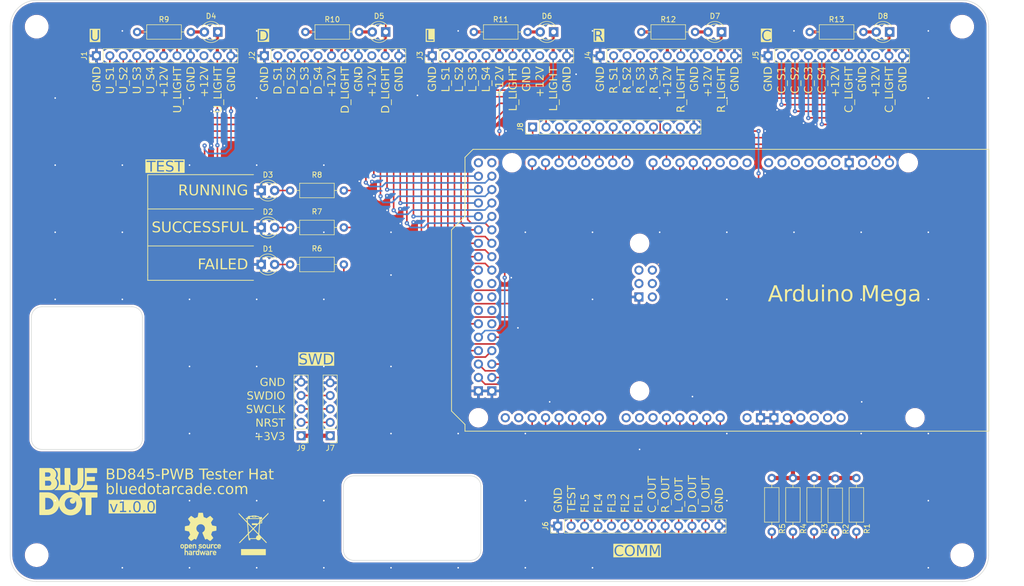
<source format=kicad_pcb>
(kicad_pcb (version 20221018) (generator pcbnew)
  (layers (0 "F.Cu" signal) (31 "B.Cu" signal) (34 "B.Paste" user) (35 "F.Paste" user) (36 "B.SilkS" user "B.Silkscreen") (37 "F.SilkS" user "F.Silkscreen") (38 "B.Mask" user) (39 "F.Mask" user) (44 "Edge.Cuts" user))
  (net 0 "")
  (net 1 "GND")
  (net 2 "Net-(D1-A)")
  (net 3 "Net-(D2-A)")
  (net 4 "Net-(D3-A)")
  (net 5 "/U_S1")
  (net 6 "/U_S2")
  (net 7 "/U_S3")
  (net 8 "/U_S4")
  (net 9 "/U_LIGHT")
  (net 10 "/D_S1")
  (net 11 "/D_S2")
  (net 12 "/D_S3")
  (net 13 "/D_S4")
  (net 14 "/D_LIGHT")
  (net 15 "/L_S1")
  (net 16 "/L_S2")
  (net 17 "/L_S3")
  (net 18 "/L_S4")
  (net 19 "/L_LIGHT")
  (net 20 "/R_S1")
  (net 21 "/R_S2")
  (net 22 "/R_S3")
  (net 23 "/R_S4")
  (net 24 "/R_LIGHT")
  (net 25 "/C_S1")
  (net 26 "/C_S2")
  (net 27 "/C_S3")
  (net 28 "/C_S4")
  (net 29 "/C_LIGHT")
  (net 30 "/TEST")
  (net 31 "/FL5")
  (net 32 "/FL4")
  (net 33 "/FL3")
  (net 34 "/FL2")
  (net 35 "/FL1")
  (net 36 "/C_OUT")
  (net 37 "/R_OUT")
  (net 38 "/L_OUT")
  (net 39 "/D_OUT")
  (net 40 "/U_OUT")
  (net 41 "+3V3")
  (net 42 "/NRST")
  (net 43 "/SWCLK")
  (net 44 "/SWDIO")
  (net 45 "/D0")
  (net 46 "/D1")
  (net 47 "/D19")
  (net 48 "/D18")
  (net 49 "/D17")
  (net 50 "/D16")
  (net 51 "/D15")
  (net 52 "/D14")
  (net 53 "/D20")
  (net 54 "/D21")
  (net 55 "/SDA")
  (net 56 "/SCL")
  (net 57 "+5V")
  (net 58 "/LED_RUN")
  (net 59 "/LED_SUCCESS")
  (net 60 "/LED_FAIL")
  (net 94 "Net-(D4-A)")
  (net 95 "Net-(D5-A)")
  (net 96 "Net-(D6-A)")
  (net 97 "Net-(D7-A)")
  (net 98 "Net-(D8-A)")
  (net 99 "/+12V1_U")
  (net 100 "/+12V2_U")
  (net 101 "/+12V1_D")
  (net 102 "/+12V2_D")
  (net 103 "/+12V1_L")
  (net 104 "/+12V2_L")
  (net 105 "/+12V1_R")
  (net 106 "/+12V2_R")
  (net 107 "/+12V1_C")
  (net 108 "/+12V2_C")
  (footprint "Connector_PinHeader_2.54mm:PinHeader_1x05_P2.54mm_Vertical" (layer "F.Cu") (at 110 127.42 180)
    (fp_text reference "J9")
    (fp_text value "Conn_01x05")
  )
  (footprint "Resistor_THT:R_Axial_DIN0207_L6.3mm_D2.5mm_P10.16mm_Horizontal" (layer "F.Cu") (at 206.17 51)
    (fp_text reference "R13")
    (fp_text value "1k")
  )
  (footprint "Connector_PinHeader_2.54mm:PinHeader_1x11_P2.54mm_Vertical" (layer "F.Cu") (at 71.3 55.5 90)
    (fp_text reference "J1")
    (fp_text value "Conn_01x11")
  )
  (footprint "Connector_PinHeader_2.54mm:PinHeader_1x11_P2.54mm_Vertical" (layer "F.Cu") (at 134.8 55.5 90)
    (fp_text reference "J3")
    (fp_text value "Conn_01x11")
  )
  (footprint "MountingHole:MountingHole_4mm" (layer "F.Cu") (at 235 50)
    (fp_text reference "H2" hide)
    (fp_text value "MountingHole_Pad")
  )
  (footprint "LED_THT:LED_D3.0mm" (layer "F.Cu") (at 102.46 95)
    (fp_text reference "D1")
    (fp_text value "Run")
  )
  (footprint "Resistor_THT:R_Axial_DIN0207_L6.3mm_D2.5mm_P10.16mm_Horizontal" (layer "F.Cu") (at 118.08 88 180)
    (fp_text reference "R7")
    (fp_text value "1k")
  )
  (footprint "LED_THT:LED_D3.0mm" (layer "F.Cu") (at 221.29 51 180)
    (fp_text reference "D8")
    (fp_text value "LED_C")
  )
  (footprint "Connector_PinHeader_2.54mm:PinHeader_1x11_P2.54mm_Vertical" (layer "F.Cu") (at 198.3 55.5 90)
    (fp_text reference "J5")
    (fp_text value "Conn_01x11")
  )
  (footprint "Resistor_THT:R_Axial_DIN0207_L6.3mm_D2.5mm_P10.16mm_Horizontal" (layer "F.Cu") (at 199 135.42 -90)
    (fp_text reference "R5")
    (fp_text value "10k")
  )
  (footprint "Resistor_THT:R_Axial_DIN0207_L6.3mm_D2.5mm_P10.16mm_Horizontal" (layer "F.Cu") (at 118.08 81 180)
    (fp_text reference "R8")
    (fp_text value "1k")
  )
  (footprint "LED_THT:LED_D3.0mm" (layer "F.Cu") (at 126 51 180)
    (fp_text reference "D5")
    (fp_text value "LED_D")
  )
  (footprint "LED_THT:LED_D3.0mm" (layer "F.Cu") (at 102.46 88)
    (fp_text reference "D2")
    (fp_text value "Success")
  )
  (footprint "Resistor_THT:R_Axial_DIN0207_L6.3mm_D2.5mm_P10.16mm_Horizontal" (layer "F.Cu") (at 110.815 51)
    (fp_text reference "R10")
    (fp_text value "1k")
  )
  (footprint "Connector_PinHeader_2.54mm:PinHeader_1x05_P2.54mm_Vertical" (layer "F.Cu") (at 115.5 127.42 180)
    (fp_text reference "J7")
    (fp_text value "Conn_01x05")
  )
  (footprint "Connector_PinHeader_2.54mm:PinHeader_1x13_P2.54mm_Vertical" (layer "F.Cu") (at 153.775 69 90)
    (fp_text reference "J8")
    (fp_text value "Conn_01x13")
  )
  (footprint "Resistor_THT:R_Axial_DIN0207_L6.3mm_D2.5mm_P10.16mm_Horizontal" (layer "F.Cu") (at 211 135.5 -90)
    (fp_text reference "R2")
    (fp_text value "10k")
  )
  (footprint "Connector_PinHeader_2.54mm:PinHeader_1x13_P2.54mm_Vertical" (layer "F.Cu") (at 158.525 144.5 90)
    (fp_text reference "J6")
    (fp_text value "Conn_01x13")
  )
  (footprint "MountingHole:MountingHole_4mm" (layer "F.Cu") (at 235 150)
    (fp_text reference "H3" hide)
    (fp_text value "MountingHole_Pad")
  )
  (footprint "MountingHole:MountingHole_4mm" (layer "F.Cu") (at 60 50)
    (fp_text reference "H1" hide)
    (fp_text value "MountingHole_Pad")
  )
  (footprint "LED_THT:LED_D3.0mm" (layer "F.Cu") (at 102.46 81)
    (fp_text reference "D3")
    (fp_text value "Fail")
  )
  (footprint "bluedot-library:bluedot-logo" (layer "F.Cu") (at 66 138)
    (fp_text reference "G***" hide)
    (fp_text value "LOGO" hide)
  )
  (footprint "Resistor_THT:R_Axial_DIN0207_L6.3mm_D2.5mm_P10.16mm_Horizontal" (layer "F.Cu") (at 207 135.42 -90)
    (fp_text reference "R3")
    (fp_text value "10k")
  )
  (footprint "Resistor_THT:R_Axial_DIN0207_L6.3mm_D2.5mm_P10.16mm_Horizontal" (layer "F.Cu") (at 174.34 51)
    (fp_text reference "R12")
    (fp_text value "1k")
  )
  (footprint "LED_THT:LED_D3.0mm" (layer "F.Cu") (at 157.75 51 180)
    (fp_text reference "D6")
    (fp_text value "LED_L")
  )
  (footprint "Resistor_THT:R_Axial_DIN0207_L6.3mm_D2.5mm_P10.16mm_Horizontal" (layer "F.Cu") (at 203 135.42 -90)
    (fp_text reference "R4")
    (fp_text value "10k")
  )
  (footprint "MountingHole:MountingHole_4mm" (layer "F.Cu") (at 60 150)
    (fp_text reference "H4" hide)
    (fp_text value "MountingHole_Pad")
  )
  (footprint "Resistor_THT:R_Axial_DIN0207_L6.3mm_D2.5mm_P10.16mm_Horizontal" (layer "F.Cu") (at 79 51)
    (fp_text reference "R9")
    (fp_text value "1k")
  )
  (footprint "Resistor_THT:R_Axial_DIN0207_L6.3mm_D2.5mm_P10.16mm_Horizontal" (layer "F.Cu") (at 118.08 95 180)
    (fp_text reference "R6")
    (fp_text value "1k")
  )
  (footprint "Symbol:OSHW-Logo_7.5x8mm_SilkScreen" (layer "F.Cu") (at 91 146)
    (fp_text reference "REF**" hide)
    (fp_text value "OSHW-Logo_7.5x8mm_SilkScreen" hide)
  )
  (footprint "Symbol:WEEE-Logo_5.6x8mm_SilkScreen" (layer "F.Cu") (at 101 146)
    (fp_text reference "REF**" hide)
    (fp_text value "WEEE-Logo_5.6x8mm_SilkScreen" hide)
  )
  (footprint "Connector_PinHeader_2.54mm:PinHeader_1x11_P2.54mm_Vertical" (layer "F.Cu") (at 166.55 55.5 90)
    (fp_text reference "J4")
    (fp_text value "Conn_01x11")
  )
  (footprint "LED_THT:LED_D3.0mm" (layer "F.Cu") (at 189.5 51 180)
    (fp_text reference "D7")
    (fp_text value "LED_R")
  )
  (footprint "Resistor_THT:R_Axial_DIN0207_L6.3mm_D2.5mm_P10.16mm_Horizontal" (layer "F.Cu") (at 215 135.42 -90)
    (fp_text reference "R1")
    (fp_text value "10k")
  )
  (footprint "LED_THT:LED_D3.0mm" (layer "F.Cu") (at 94.25 51 180)
    (fp_text reference "D4")
    (fp_text value "LED_U")
  )
  (footprint "Connector_PinHeader_2.54mm:PinHeader_1x11_P2.54mm_Vertical" (layer "F.Cu") (at 103.05 55.5 90)
    (fp_text reference "J2")
    (fp_text value "Conn_01x11")
  )
  (footprint "Resistor_THT:R_Axial_DIN0207_L6.3mm_D2.5mm_P10.16mm_Horizontal" (layer "F.Cu") (at 142.67 51)
    (fp_text reference "R11")
    (fp_text value "1k")
  )
  (footprint "arduino-library:Arduino_Mega2560_Shield" (layer "B.Cu") (at 240.046 126.55 180)
    (fp_text reference "XA1" hide)
    (fp_text value "Arduino_Mega2560_Shield")
  )
  (gr_line locked (start 81 84.5) (end 101 84.5) (stroke (width 0.15)) (layer "F.SilkS"))
  (gr_line locked (start 81 97) (end 81 98) (stroke (width 0.15)) (layer "F.SilkS"))
  (gr_line locked (start 81 78) (end 101 78) (stroke (width 0.15)) (layer "F.SilkS"))
  (gr_line locked (start 81 91.5) (end 101 91.5) (stroke (width 0.15)) (layer "F.SilkS"))
  (gr_line locked (start 81 78) (end 81 97) (stroke (width 0.15)) (layer "F.SilkS"))
  (gr_line locked (start 81 98) (end 101 98) (stroke (width 0.15)) (layer "F.SilkS"))
  (gr_arc locked (start 120 151) (mid 118.585786 150.414214) (end 118 149) (stroke (width 0.1)) (layer "Edge.Cuts"))
  (gr_arc locked (start 60 155) (mid 56.464466 153.535534) (end 55 150) (stroke (width 0.1)) (layer "Edge.Cuts"))
  (gr_line locked (start 240 150) (end 240 50) (stroke (width 0.1)) (layer "Edge.Cuts"))
  (gr_arc locked (start 142 135) (mid 143.414214 135.585786) (end 144 137) (stroke (width 0.1)) (layer "Edge.Cuts"))
  (gr_line locked (start 80 105) (end 80 128) (stroke (width 0.1)) (layer "Edge.Cuts"))
  (gr_arc locked (start 240 150) (mid 238.535534 153.535534) (end 235 155) (stroke (width 0.1)) (layer "Edge.Cuts"))
  (gr_line locked (start 144 137) (end 144 149) (stroke (width 0.1)) (layer "Edge.Cuts"))
  (gr_arc locked (start 59 105) (mid 59.585786 103.585786) (end 61 103) (stroke (width 0.1)) (layer "Edge.Cuts"))
  (gr_arc locked (start 144 149) (mid 143.414214 150.414214) (end 142 151) (stroke (width 0.1)) (layer "Edge.Cuts"))
  (gr_arc locked (start 235 45) (mid 238.535534 46.464466) (end 240 50) (stroke (width 0.1)) (layer "Edge.Cuts"))
  (gr_arc locked (start 78 103) (mid 79.414214 103.585786) (end 80 105) (stroke (width 0.1)) (layer "Edge.Cuts"))
  (gr_line locked (start 118 149) (end 118 137) (stroke (width 0.1)) (layer "Edge.Cuts"))
  (gr_line locked (start 235 45) (end 60 45) (stroke (width 0.1)) (layer "Edge.Cuts"))
  (gr_arc locked (start 118 137) (mid 118.585786 135.585786) (end 120 135) (stroke (width 0.1)) (layer "Edge.Cuts"))
  (gr_line locked (start 55 50) (end 55 132) (stroke (width 0.1)) (layer "Edge.Cuts"))
  (gr_line locked (start 55 132) (end 55 150) (stroke (width 0.1)) (layer "Edge.Cuts"))
  (gr_arc locked (start 80 128) (mid 79.414214 129.414214) (end 78 130) (stroke (width 0.1)) (layer "Edge.Cuts"))
  (gr_line locked (start 59 128) (end 59 105) (stroke (width 0.1)) (layer "Edge.Cuts"))
  (gr_line locked (start 120 151) (end 142 151) (stroke (width 0.1)) (layer "Edge.Cuts"))
  (gr_line locked (start 60 155) (end 146 155) (stroke (width 0.1)) (layer "Edge.Cuts"))
  (gr_arc locked (start 55 50) (mid 56.464466 46.464466) (end 60 45) (stroke (width 0.1)) (layer "Edge.Cuts"))
  (gr_line locked (start 120 135) (end 142 135) (stroke (width 0.1)) (layer "Edge.Cuts"))
  (gr_arc locked (start 61 130) (mid 59.585786 129.414214) (end 59 128) (stroke (width 0.1)) (layer "Edge.Cuts"))
  (gr_line locked (start 78 103) (end 61 103) (stroke (width 0.1)) (layer "Edge.Cuts"))
  (gr_line locked (start 235 155) (end 146 155) (stroke (width 0.1)) (layer "Edge.Cuts"))
  (gr_line locked (start 61 130) (end 78 130) (stroke (width 0.1)) (layer "Edge.Cuts"))
  (gr_text locked "GND" (at 135.75 57.5 90) (layer "F.SilkS") (effects (font (size 1.5 1.5)) (justify right bottom)))
  (gr_text locked "+12V" (at 124.36 57.5 90) (layer "F.SilkS") (effects (font (size 1.5 1.5)) (justify right bottom)))
  (gr_text locked "D_S4" (at 114.18 57.5 90) (layer "F.SilkS") (effects (font (size 1.5 1.5)) (justify right bottom)))
  (gr_text locked "R_S2\n" (at 172.59 57.5 90) (layer "F.SilkS") (effects (font (size 1.5 1.5)) (justify right bottom)))
  (gr_text locked "C_S2\n" (at 204.34 57.5 90) (layer "F.SilkS") (effects (font (size 1.5 1.5)) (justify right bottom)))
  (gr_text locked "+12V" (at 180.225 57.5 90) (layer "F.SilkS") (effects (font (size 1.5 1.5)) (justify right bottom)))
  (gr_text "COMM" (at 169.104502 150.5) (layer "F.SilkS" knockout) (effects (font (size 2 2)) (justify left bottom)))
  (gr_text locked "D_S3\n" (at 111.635 57.5 90) (layer "F.SilkS") (effects (font (size 1.5 1.5)) (justify right bottom)))
  (gr_text locked "SUCCESSFUL" (at 100 89.25) (layer "F.SilkS") (effects (font (size 2 2)) (justify right bottom)))
  (gr_text locked "+12V" (at 156.11 57.5 90) (layer "F.SilkS") (effects (font (size 1.5 1.5)) (justify right bottom)))
  (gr_text locked "GND" (at 153.565 57.5 90) (layer "F.SilkS") (effects (font (size 1.5 1.5)) (justify right bottom)))
  (gr_text locked "FL1" (at 174.775 142 90) (layer "F.SilkS") (effects (font (size 1.5 1.5)) (justify left bottom)))
  (gr_text locked "R" (at 165.25 53) (layer "F.SilkS" knockout) (effects (font (size 2 2)) (justify left bottom)))
  (gr_text locked "GND" (at 199.25 57.5 90) (layer "F.SilkS") (effects (font (size 1.5 1.5)) (justify right bottom)))
  (gr_text locked "L" (at 133.5 53) (layer "F.SilkS" knockout) (effects (font (size 2 2)) (justify left bottom)))
  (gr_text locked "GND" (at 190 142 90) (layer "F.SilkS") (effects (font (size 1.5 1.5)) (justify left bottom)))
  (gr_text "v1.0.0" (at 73.75 142.2) (layer "F.SilkS" knockout) (effects (font (size 2 2)) (justify left bottom)))
  (gr_text locked "L_OUT" (at 182.3875 142 90) (layer "F.SilkS") (effects (font (size 1.5 1.5)) (justify left bottom)))
  (gr_text locked "+12V" (at 148.475 57.5 90) (layer "F.SilkS") (effects (font (size 1.5 1.5)) (justify right bottom)))
  (gr_text locked "C" (at 197 53) (layer "F.SilkS" knockout) (effects (font (size 2 2)) (justify left bottom)))
  (gr_text locked "GND" (at 107 118.25) (layer "F.SilkS") (effects (font (size 1.5 1.5)) (justify right bottom)))
  (gr_text locked "GND" (at 224.7 57.5 90) (layer "F.SilkS") (effects (font (size 1.5 1.5)) (justify right bottom)))
  (gr_text locked "L_S1\n" (at 138.295 57.5 90) (layer "F.SilkS") (effects (font (size 1.5 1.5)) (justify right bottom)))
  (gr_text locked "D_LIGHT" (at 126.905 57.5 90) (layer "F.SilkS") (effects (font (size 1.5 1.5)) (justify right bottom)))
  (gr_text locked "FL5" (at 164.625 142 90) (layer "F.SilkS") (effects (font (size 1.5 1.5)) (justify left bottom)))
  (gr_text locked "L_LIGHT" (at 158.655 57.5 90) (layer "F.SilkS") (effects (font (size 1.5 1.5)) (justify right bottom)))
  (gr_text locked "+3V3" (at 107 128.5) (layer "F.SilkS") (effects (font (size 1.5 1.5)) (justify right bottom)))
  (gr_text locked "U" (at 70 53) (layer "F.SilkS" knockout) (effects (font (size 2 2)) (justify left bottom)))
  (gr_text locked "GND" (at 192.95 57.5 90) (layer "F.SilkS") (effects (font (size 1.5 1.5)) (justify right bottom)))
  (gr_text locked "+12V" (at 187.86 57.5 90) (layer "F.SilkS") (effects (font (size 1.5 1.5)) (justify right bottom)))
  (gr_text locked "U_S2\n" (at 77.39 57.5 90) (layer "F.SilkS") (effects (font (size 1.5 1.5)) (justify right bottom)))
  (gr_text locked "GND" (at 97.75 57.5 90) (layer "F.SilkS") (effects (font (size 1.5 1.5)) (justify right bottom)))
  (gr_text locked "+12V" (at 116.725 57.5 90) (layer "F.SilkS") (effects (font (size 1.5 1.5)) (justify right bottom)))
  (gr_text locked "+12V" (at 85.025 57.5 90) (layer "F.SilkS") (effects (font (size 1.5 1.5)) (justify right bottom)))
  (gr_text locked "U_S3\n" (at 79.935 57.5 90) (layer "F.SilkS") (effects (font (size 1.5 1.5)) (justify right bottom)))
  (gr_text locked "SWDIO" (at 107 120.8125) (layer "F.SilkS") (effects (font (size 1.5 1.5)) (justify right bottom)))
  (gr_text locked "D_S1\n" (at 106.545 57.5 90) (layer "F.SilkS") (effects (font (size 1.5 1.5)) (justify right bottom)))
  (gr_text locked "GND" (at 167.5 57.5 90) (layer "F.SilkS") (effects (font (size 1.5 1.5)) (justify right bottom)))
  (gr_text "bluedotarcade.com" (at 73 138.8) (layer "F.SilkS") (effects (font (size 2 2)) (justify left bottom)))
  (gr_text locked "C_LIGHT" (at 222.155 57.5 90) (layer "F.SilkS") (effects (font (size 1.5 1.5)) (justify right bottom)))
  (gr_text locked "SWD" (at 109.5 114.25) (layer "F.SilkS" knockout) (effects (font (size 2 2)) (justify left bottom)))
  (gr_text locked "C_LIGHT" (at 214.52 57.5 90) (layer "F.SilkS") (effects (font (size 1.5 1.5)) (justify right bottom)))
  (gr_text locked "GND" (at 72.3 57.5 90) (layer "F.SilkS") (effects (font (size 1.5 1.5)) (justify right bottom)))
  (gr_text locked "FL2" (at 172.2375 142 90) (layer "F.SilkS") (effects (font (size 1.5 1.5)) (justify left bottom)))
  (gr_text locked "FL3" (at 169.7 142 90) (layer "F.SilkS") (effects (font (size 1.5 1.5)) (justify left bottom)))
  (gr_text locked "R_S4" (at 177.68 57.5 90) (layer "F.SilkS") (effects (font (size 1.5 1.5)) (justify right bottom)))
  (gr_text locked "+12V" (at 219.61 57.5 90) (layer "F.SilkS") (effects (font (size 1.5 1.5)) (justify right bottom)))
  (gr_text locked "U_LIGHT" (at 95.205 57.5 90) (layer "F.SilkS") (effects (font (size 1.5 1.5)) (justify right bottom)))
  (gr_text locked "R_LIGHT" (at 190.405 57.5 90) (layer "F.SilkS") (effects (font (size 1.5 1.5)) (justify right bottom)))
  (gr_text "Arduino Mega" (at 198.25 102.5) (layer "F.SilkS") (effects (font (size 3 3)) (justify left bottom)))
  (gr_text locked "D_S2\n" (at 109.09 57.5 90) (layer "F.SilkS") (effects (font (size 1.5 1.5)) (justify right bottom)))
  (gr_text locked "C_S1\n" (at 201.795 57.5 90) (layer "F.SilkS") (effects (font (size 1.5 1.5)) (justify right bottom)))
  (gr_text locked "R_LIGHT" (at 182.77 57.5 90) (layer "F.SilkS") (effects (font (size 1.5 1.5)) (justify right bottom)))
  (gr_text locked "+12V" (at 92.66 57.5 90) (layer "F.SilkS") (effects (font (size 1.5 1.5)) (justify right bottom)))
  (gr_text locked "L_S4" (at 145.93 57.5 90) (layer "F.SilkS") (effects (font (size 1.5 1.5)) (justify right bottom)))
  (gr_text locked "GND" (at 121.815 57.5 90) (layer "F.SilkS") (effects (font (size 1.5 1.5)) (justify right bottom)))
  (gr_text locked "GND" (at 161.2 57.5 90) (layer "F.SilkS") (effects (font (size 1.5 1.5)) (justify right bottom)))
  (gr_text locked "+12V" (at 211.975 57.5 90) (layer "F.SilkS") (effects (font (size 1.5 1.5)) (justify right bottom)))
  (gr_text locked "GND" (at 217.065 57.5 90) (layer "F.SilkS") (effects (font (size 1.5 1.5)) (justify right bottom)))
  (gr_text locked "U_S4" (at 82.48 57.5 90) (layer "F.SilkS") (effects (font (size 1.5 1.5)) (justify right bottom)))
  (gr_text locked "C_S3\n" (at 206.885 57.5 90) (layer "F.SilkS") (effects (font (size 1.5 1.5)) (justify right bottom)))
  (gr_text locked "GND" (at 185.315 57.5 90) (layer "F.SilkS") (effects (font (size 1.5 1.5)) (justify right bottom)))
  (gr_text locked "U_LIGHT" (at 87.57 57.5 90) (layer "F.SilkS") (effects (font (size 1.5 1.5)) (justify right bottom)))
  (gr_text locked "TEST" (at 162.0875 142 90) (layer "F.SilkS") (effects (font (size 1.5 1.5)) (justify left bottom)))
  (gr_text locked "L_S2\n" (at 140.84 57.5 90) (layer "F.SilkS") (effects (font (size 1.5 1.5)) (justify right bottom)))
  (gr_text locked "GND" (at 129.45 57.5 90) (layer "F.SilkS") (effects (font (size 1.5 1.5)) (justify right bottom)))
  (gr_text locked "FL4" (at 167.1625 142 90) (layer "F.SilkS") (effects (font (size 1.5 1.5)) (justify left bottom)))
  (gr_text locked "NRST" (at 107 125.9375) (layer "F.SilkS") (effects (font (size 1.5 1.5)) (justify right bottom)))
  (gr_text locked "SWCLK" (at 107 123.375) (layer "F.SilkS") (effects (font (size 1.5 1.5)) (justify right bottom)))
  (gr_text "BD845-PWB Tester Hat" (at 73 136) (layer "F.SilkS") (effects (font (size 2 2)) (justify left bottom)))
  (gr_text locked "L_S3\n" (at 143.385 57.5 90) (layer "F.SilkS") (effects (font (size 1.5 1.5)) (justify right bottom)))
  (gr_text locked "C_S4" (at 209.43 57.5 90) (layer "F.SilkS") (effects (font (size 1.5 1.5)) (justify right bottom)))
  (gr_text locked "R_S1\n" (at 170.045 57.5 90) (layer "F.SilkS") (effects (font (size 1.5 1.5)) (justify right bottom)))
  (gr_text locked "U_S1\n" (at 74.845 57.5 90) (layer "F.SilkS") (effects (font (size 1.5 1.5)) (justify right bottom)))
  (gr_text locked "D_OUT" (at 184.925 142 90) (layer "F.SilkS") (effects (font (size 1.5 1.5)) (justify left bottom)))
  (gr_text locked "R_OUT" (at 179.85 142 90) (layer "F.SilkS") (effects (font (size 1.5 1.5)) (justify left bottom)))
  (gr_text locked "R_S3\n" (at 175.135 57.5 90) (layer "F.SilkS") (effects (font (size 1.5 1.5)) (justify right bottom)))
  (gr_text locked "RUNNING" (at 100 82.25) (layer "F.SilkS") (effects (font (size 2 2)) (justify right bottom)))
  (gr_text locked "GND" (at 159.55 142 90) (layer "F.SilkS") (effects (font (size 1.5 1.5)) (justify left bottom)))
  (gr_text locked "C_OUT" (at 177.3125 142 90) (layer "F.SilkS") (effects (font (size 1.5 1.5)) (justify left bottom)))
  (gr_text locked "GND" (at 90.115 57.5 90) (layer "F.SilkS") (effects (font (size 1.5 1.5)) (justify right bottom)))
  (gr_text locked "D_LIGHT" (at 119.27 57.5 90) (layer "F.SilkS") (effects (font (size 1.5 1.5)) (justify right bottom)))
  (gr_text locked "U_OUT" (at 187.4625 142 90) (layer "F.SilkS") (effects (font (size 1.5 1.5)) (justify left bottom)))
  (gr_text locked "TEST" (at 87.75 77.75) (layer "F.SilkS" knockout) (effects (font (size 2 2)) (justify right bottom)))
  (gr_text locked "FAILED" (at 100 96.25) (layer "F.SilkS") (effects (font (size 2 2)) (justify right bottom)))
  (gr_text locked "GND" (at 104 57.5 90) (layer "F.SilkS") (effects (font (size 1.5 1.5)) (justify right bottom)))
  (gr_text locked "L_LIGHT" (at 151.02 57.5 90) (layer "F.SilkS") (effects (font (size 1.5 1.5)) (justify right bottom)))
  (gr_text locked "D" (at 101.75 53) (layer "F.SilkS" knockout) (effects (font (size 2 2)) (justify left bottom)))
  (via (at 128.75 87.25) (size 0.8) (drill 0.3) (layers "F.Cu" "B.Cu") (net 1))
  (via (at 197.75 77.75) (size 0.8) (drill 0.3) (layers "F.Cu" "B.Cu") (net 1))
  (via (at 228.6 152.4) (size 0.8) (drill 0.3) (layers "F.Cu" "B.Cu") (net 1))
  (via (at 101.6 76.2) (size 0.8) (drill 0.3) (layers "F.Cu" "B.Cu") (net 1))
  (via (at 63.5 101.6) (size 0.8) (drill 0.3) (layers "F.Cu" "B.Cu") (net 1))
  (via (at 88.9 152.4) (size 0.8) (drill 0.3) (layers "F.Cu" "B.Cu") (net 1))
  (via (at 123.424084 79.348168) (size 0.8) (drill 0.3) (layers "F.Cu" "B.Cu") (net 1))
  (via (at 101.6 152.4) (size 0.8) (drill 0.3) (layers "F.Cu" "B.Cu") (net 1))
  (via (at 215.9 88.9) (size 0.8) (drill 0.3) (layers "F.Cu" "B.Cu") (net 1))
  (via (at 215.9 101.6) (size 0.8) (drill 0.3) (layers "F.Cu" "B.Cu") (net 1))
  (via (at 228.6 101.6) (size 0.8) (drill 0.3) (layers "F.Cu" "B.Cu") (net 1))
  (via (at 88.9 101.6) (size 0.8) (drill 0.3) (layers "F.Cu" "B.Cu") (net 1))
  (via (at 216 121) (size 0.8) (drill 0.3) (layers "F.Cu" "B.Cu") (net 1))
  (via (at 121 79.25) (size 0.8) (drill 0.3) (layers "F.Cu" "B.Cu") (net 1))
  (via (at 165.1 50.8) (size 0.8) (drill 0.3) (layers "F.Cu" "B.Cu") (net 1))
  (via (at 152.4 152.4) (size 0.8) (drill 0.3) (layers "F.Cu" "B.Cu") (net 1))
  (via (at 126.25 84.75) (size 0.8) (drill 0.3) (layers "F.Cu" "B.Cu") (net 1))
  (via (at 63.5 76.2) (size 0.8) (drill 0.3) (layers "F.Cu" "B.Cu") (net 1))
  (via (at 203.2 50.8) (size 0.8) (drill 0.3) (layers "F.Cu" "B.Cu") (net 1))
  (via (at 88.9 88.9) (size 0.8) (drill 0.3) (layers "F.Cu" "B.Cu") (net 1))
  (via (at 95.5 72.5) (size 0.8) (drill 0.3) (layers "F.Cu" "B.Cu") (net 1))
  (via (at 205 68.25) (size 0.8) (drill 0.3) (layers "F.Cu" "B.Cu") (net 1))
  (via (at 88.9 76.2) (size 0.8) (drill 0.3) (layers "F.Cu" "B.Cu") (net 1))
  (via (at 177.8 63.5) (size 0.8) (drill 0.3) (layers "F.Cu" "B.Cu") (net 1))
  (via (at 190.5 88.9) (size 0.8) (drill 0.3) (layers "F.Cu" "B.Cu") (net 1))
  (via (at 162 59) (size 0.8) (drill 0.3) (layers "F.Cu" "B.Cu") (net 1))
  (via (at 139.7 127) (size 0.8) (drill 0.3) (layers "F.Cu" "B.Cu") (net 1))
  (via (at 101.6 63.5) (size 0.8) (drill 0.3) (layers "F.Cu" "B.Cu") (net 1))
  (via (at 200 65.75) (size 0.8) (drill 0.3) (layers "F.Cu" "B.Cu") (net 1))
  (via (at 157 121) (size 0.8) (drill 0.3) (layers "F.Cu" "B.Cu") (net 1))
  (via (at 114.3 114.3) (size 0.8) (drill 0.3) (layers "F.Cu" "B.Cu") (net 1))
  (via (at 215 60) (size 0.8) (drill 0.3) (layers "F.Cu" "B.Cu") (net 1))
  (via (at 165.1 152.4) (size 0.8) (drill 0.3) (layers "F.Cu" "B.Cu") (net 1))
  (via (at 101.6 50.8) (size 0.8) (drill 0.3) (layers "F.Cu" "B.Cu") (net 1))
  (via (at 76.2 50.8) (size 0.8) (drill 0.3) (layers "F.Cu" "B.Cu") (net 1))
  (via (at 127 114.3) (size 0.8) (drill 0.3) (layers "F.Cu" "B.Cu") (net 1))
  (via (at 128.75 84.5) (size 0.8) (drill 0.3) (layers "F.Cu" "B.Cu") (net 1))
  (via (at 139.7 152.4) (size 0.8) (drill 0.3) (layers "F.Cu" "B.Cu") (net 1))
  (via (at 121 59) (size 0.8) (drill 0.3) (layers "F.Cu" "B.Cu") (net 1))
  (via (at 131.25 87) (size 0.8) (drill 0.3) (layers "F.Cu" "B.Cu") (net 1))
  (via (at 148.75 69.75) (size 0.8) (drill 0.3) (layers "F.Cu" "B.Cu") (net 1))
  (via (at 202.5 67) (size 0.8) (drill 0.3) (layers "F.Cu" "B.Cu") (net 1))
  (via (at 114.3 88.9) (size 0.8) (drill 0.3) (layers "F.Cu" "B.Cu") (net 1))
  (via (at 197.75 69.75) (size 0.8) (drill 0.3) (layers "F.Cu" "B.Cu") (net 1))
  (via (at 228.6 127) (size 0.8) (drill 0.3) (layers "F.Cu" "B.Cu") (net 1))
  (via (at 93 66) (size 0.8) (drill 0.3) (layers "F.Cu" "B.Cu") (net 1))
  (via (at 127 97) (size 0.8) (drill 0.3) (layers "F.Cu" "B.Cu") (net 1))
  (via (at 228.6 63.5) (size 0.8) (drill 0.3) (layers "F.Cu" "B.Cu") (net 1))
  (via (at 152.4 139.7) (size 0.8) (drill 0.3) (layers "F.Cu" "B.Cu") (net 1))
  (via (at 88.9 114.3) (size 0.8) (drill 0.3) (layers "F.Cu" "B.Cu") (net 1))
  (via (at 132 63) (size 0.8) (drill 0.3) (layers "F.Cu" "B.Cu") (net 1))
  (via (at 127 88.9) (size 0.8) (drill 0.3) (layers "F.Cu" "B.Cu") (net 1))
  (via (at 101.6 127) (size 0.8) (drill 0.3) (layers "F.Cu" "B.Cu") (net 1))
  (via (at 76.2 76.2) (size 0.8) (drill 0.3) (layers "F.Cu" "B.Cu") (net 1))
  (via (at 184 120) (size 0.8) (drill 0.3) (layers "F.Cu" "B.Cu") (net 1))
  (via (at 190.5 63.5) (size 0.8) (drill 0.3) (layers "F.Cu" "B.Cu") (net 1))
  (via (at 114.3 139.7) (size 0.8) (drill 0.3) (layers "F.Cu" "B.Cu") (net 1))
  (via (at 203.2 101.6) (size 0.8) (drill 0.3) (layers "F.Cu" "B.Cu") (net 1))
  (via (at 101.6 114.3) (size 0.8) (drill 0.3) (layers "F.Cu" "B.Cu") (net 1))
  (via (at 101.6 139.7) (size 0.8) (drill 0.3) (layers "F.Cu" "B.Cu") (net 1))
  (via (at 203.2 88.9) (size 0.8) (drill 0.3) (layers "F.Cu" "B.Cu") (net 1))
  (via (at 149.75 97.5) (size 0.8) (drill 0.3) (layers "F.Cu" "B.Cu") (net 1))
  (via (at 228.6 50.8) (size 0.8) (drill 0.3) (layers "F.Cu" "B.Cu") (net 1))
  (via (at 165.1 101.6) (size 0.8) (drill 0.3) (layers "F.Cu" "B.Cu") (net 1))
  (via (at 114.3 152.4) (size 0.8) (drill 0.3) (layers "F.Cu" "B.Cu") (net 1))
  (via (at 215.9 127) (size 0.8) (drill 0.3) (layers "F.Cu" "B.Cu") (net 1))
  (via (at 63.5 139.7) (size 0.8) (drill 0.3) (layers "F.Cu" "B.Cu") (net 1))
  (via (at 152.4 88.9) (size 0.8) (drill 0.3) (layers "F.Cu" "B.Cu") (net 1))
  (via (at 151 107) (size 0.8) (drill 0.3) (layers "F.Cu" "B.Cu") (net 1))
  (via (at 190.5 139.7) (size 0.8) (drill 0.3) (layers "F.Cu" "B.Cu") (net 1))
  (via (at 88.9 127) (size 0.8) (drill 0.3) (layers "F.Cu" "B.Cu") (net 1))
  (via (at 228.6 139.7) (size 0.8) (drill 0.3) (layers "F.Cu" "B.Cu") (net 1))
  (via (at 127 127) (size 0.8) (drill 0.3) (layers "F.Cu" "B.Cu") (net 1))
  (via (at 150 59) (size 0.8) (drill 0.3) (layers "F.Cu" "B.Cu") (net 1))
  (via (at 76.2 101.6) (size 0.8) (drill 0.3) (layers "F.Cu" "B.Cu") (net 1))
  (via (at 174 130) (size 0.8) (drill 0.3) (layers "F.Cu" "B.Cu") (net 1))
  (via (at 152.4 127) (size 0.8) (drill 0.3) (layers "F.Cu" "B.Cu") (net 1))
  (via (at 126.25 82) (size 0.8) (drill 0.3) (layers "F.Cu" "B.Cu") (net 1))
  (via (at 228.6 88.9) (size 0.8) (drill 0.3) (layers "F.Cu" "B.Cu") (net 1))
  (via (at 177.8 88.9) (size 0.8) (drill 0.3) (layers "F.Cu" "B.Cu") (net 1))
  (via (at 63.5 88.9) (size 0.8) (drill 0.3) (layers "F.Cu" "B.Cu") (net 1))
  (via (at 127 152.4) (size 0.8) (drill 0.3) (layers "F.Cu" "B.Cu") (net 1))
  (via (at 114.3 76.2) (size 0.8) (drill 0.3) (layers "F.Cu" "B.Cu") (net 1))
  (via (at 101.6 101.6) (size 0.8) (drill 0.3) (layers "F.Cu" "B.Cu") (net 1))
  (via (at 114.3 101.6) (size 0.8) (drill 0.3) (layers "F.Cu" "B.Cu") (net 1))
  (via (at 207.25 68.5) (size 0.8) (drill 0.3) (layers "F.Cu" "B.Cu") (net 1))
  (via (at 63.5 63.5) (size 0.8) (drill 0.3) (layers "F.Cu" "B.Cu") (net 1))
  (via (at 165.1 88.9) (size 0.8) (drill 0.3) (layers "F.Cu" "B.Cu") (net 1))
  (via (at 190.5 101.6) (size 0.8) (drill 0.3) (layers "F.Cu" "B.Cu") (net 1))
  (via (at 76.2 88.9) (size 0.8) (drill 0.3) (layers "F.Cu" "B.Cu") (net 1))
  (via (at 88.9 63.5) (size 0.8) (drill 0.3) (layers "F.Cu" "B.Cu") (net 1))
  (via (at 95.5 66) (size 0.8) (drill 0.3) (layers "F.Cu" "B.Cu") (net 1))
  (via (at 123.75 82) (size 0.8) (drill 0.3) (layers "F.Cu" "B.Cu") (net 1))
  (via (at 139.7 50.8) (size 0.8) (drill 0.3) (layers "F.Cu" "B.Cu") (net 1))
  (via (at 190.5 127) (size 0.8) (drill 0.3) (layers "F.Cu" "B.Cu") (net 1))
  (via (at 76.2 152.4) (size 0.8) (drill 0.3) (layers "F.Cu" "B.Cu") (net 1))
  (via (at 93 72.5) (size 0.8) (drill 0.3) (layers "F.Cu" "B.Cu") (net 1))
  (via (at 76.2 139.7) (size 0.8) (drill 0.3) (layers "F.Cu" "B.Cu") (net 1))
  (via (at 88.9 139.7) (size 0.8) (drill 0.3) (layers "F.Cu" "B.Cu") (net 1))
  (segment (start 105 95) (end 107.92 95) (width 0.3) (layer "F.Cu") (net 2))
  (segment (start 107.92 88) (end 105 88) (width 0.3) (layer "F.Cu") (net 3))
  (segment (start 105 81) (end 107.92 81) (width 0.3) (layer "F.Cu") (net 4))
  (segment (start 122.25 74) (end 122.25 79.5) (width 0.3) (layer "F.Cu") (net 5))
  (segment (start 119.25 71) (end 122.25 74) (width 0.3) (layer "F.Cu") (net 5))
  (segment (start 83.5 71) (end 119.25 71) (width 0.3) (layer "F.Cu") (net 5))
  (segment (start 73.84 61.34) (end 83.5 71) (width 0.3) (layer "F.Cu") (net 5))
  (segment (start 73.84 55.5) (end 73.84 61.34) (width 0.3) (layer "F.Cu") (net 5))
  (via (at 122.25 79.5) (size 0.8) (drill 0.3) (layers "F.Cu" "B.Cu") (net 5))
  (segment (start 126 79.55815) (end 144.79785 79.55815) (width 0.3) (layer "B.Cu") (net 5))
  (segment (start 123 80.25) (end 125.30815 80.25) (width 0.3) (layer "B.Cu") (net 5))
  (segment (start 122.25 79.5) (end 123 80.25) (width 0.3) (layer "B.Cu") (net 5))
  (segment (start 144.79785 79.55815) (end 146.066 78.29) (width 0.3) (layer "B.Cu") (net 5))
  (segment (start 125.30815 80.25) (end 126 79.55815) (width 0.3) (layer "B.Cu") (net 5))
  (segment (start 120.25 69.75) (end 123.75 73.25) (width 0.3) (layer "F.Cu") (net 6))
  (segment (start 76.38 55.5) (end 76.38 60.63) (width 0.3) (layer "F.Cu") (net 6))
  (segment (start 123.75 73.25) (end 123.75 78.25) (width 0.3) (layer "F.Cu") (net 6))
  (segment (start 76.38 60.63) (end 85.5 69.75) (width 0.3) (layer "F.Cu") (net 6))
  (segment (start 85.5 69.75) (end 120.25 69.75) (width 0.3) (layer "F.Cu") (net 6))
  (via (at 123.75 78.25) (size 0.8) (drill 0.3) (layers "F.Cu" "B.Cu") (net 6))
  (segment (start 123.75 78.25) (end 123.79 78.29) (width 0.3) (layer "B.Cu") (net 6))
  (segment (start 123.79 78.29) (end 143.526 78.29) (width 0.3) (layer "B.Cu") (net 6))
  (segment (start 87.25 68.5) (end 78.92 60.17) (width 0.3) (layer "F.Cu") (net 7))
  (segment (start 121.25 68.5) (end 87.25 68.5) (width 0.3) (layer "F.Cu") (net 7))
  (segment (start 125 72.25) (end 121.25 68.5) (width 0.3) (layer "F.Cu") (net 7))
  (segment (start 125 82.082608) (end 125 72.25) (width 0.3) (layer "F.Cu") (net 7))
  (segment (start 125.017369 82.099977) (end 125 82.082608) (width 0.3) (layer "F.Cu") (net 7))
  (segment (start 78.92 60.17) (end 78.92 55.5) (width 0.3) (layer "F.Cu") (net 7))
  (via (at 125.017369 82.099977) (size 0.8) (drill 0.3) (layers "F.Cu" "B.Cu") (net 7))
  (segment (start 125.5 83.25) (end 127.25 83.25) (width 0.3) (layer "B.Cu") (net 7))
  (segment (start 144.796023 82.099977) (end 146.066 80.83) (width 0.3) (layer "B.Cu") (net 7))
  (segment (start 128.400023 82.099977) (end 144.796023 82.099977) (width 0.3) (layer "B.Cu") (net 7))
  (segment (start 125.017369 82.099977) (end 125.017369 82.767369) (width 0.3) (layer "B.Cu") (net 7))
  (segment (start 125.017369 82.767369) (end 125.5 83.25) (width 0.3) (layer "B.Cu") (net 7))
  (segment (start 127.25 83.25) (end 128.400023 82.099977) (width 0.3) (layer "B.Cu") (net 7))
  (segment (start 126.263431 80.829517) (end 126.25 80.816086) (width 0.3) (layer "F.Cu") (net 8))
  (segment (start 126.25 80.816086) (end 126.25 71.25) (width 0.3) (layer "F.Cu") (net 8))
  (segment (start 89 67.25) (end 81.46 59.71) (width 0.3) (layer "F.Cu") (net 8))
  (segment (start 81.46 59.71) (end 81.46 55.5) (width 0.3) (layer "F.Cu") (net 8))
  (segment (start 126.25 71.25) (end 122.25 67.25) (width 0.3) (layer "F.Cu") (net 8))
  (segment (start 122.25 67.25) (end 89 67.25) (width 0.3) (layer "F.Cu") (net 8))
  (via (at 126.263431 80.829517) (size 0.8) (drill 0.3) (layers "F.Cu" "B.Cu") (net 8))
  (segment (start 126.263914 80.83) (end 143.526 80.83) (width 0.3) (layer "B.Cu") (net 8))
  (segment (start 126.263431 80.829517) (end 126.263914 80.83) (width 0.3) (layer "B.Cu") (net 8))
  (segment (start 94.16 53.5) (end 94.16 51.34) (width 0.6) (layer "F.Cu") (net 9))
  (segment (start 87.25 53.5) (end 94.16 53.5) (width 0.3) (layer "F.Cu") (net 9))
  (segment (start 140.56 111.31) (end 143.526 111.31) (width 0.3) (layer "F.Cu") (net 9))
  (segment (start 86.54 54.21) (end 87.25 53.5) (width 0.3) (layer "F.Cu") (net 9))
  (segment (start 94.178452 72.437367) (end 94.178452 104.428452) (width 0.3) (layer "F.Cu") (net 9))
  (segment (start 94.16 65.91) (end 94.16 55.5) (width 0.3) (layer "F.Cu") (net 9))
  (segment (start 94.16 51.34) (end 94.25 51.25) (width 0.6) (layer "F.Cu") (net 9))
  (segment (start 94.16 55.5) (end 94.16 53.5) (width 0.6) (layer "F.Cu") (net 9))
  (segment (start 100 110.25) (end 139.5 110.25) (width 0.3) (layer "F.Cu") (net 9))
  (segment (start 139.5 110.25) (end 140.56 111.31) (width 0.3) (layer "F.Cu") (net 9))
  (segment (start 86.54 55.5) (end 86.54 54.21) (width 0.3) (layer "F.Cu") (net 9))
  (segment (start 94.178452 104.428452) (end 100 110.25) (width 0.3) (layer "F.Cu") (net 9))
  (via (at 94.178452 72.437367) (size 0.8) (drill 0.3) (layers "F.Cu" "B.Cu") (net 9))
  (via (at 94.16 65.91) (size 0.8) (drill 0.3) (layers "F.Cu" "B.Cu") (net 9))
  (segment (start 94.178452 72.437367) (end 94.158356 72.417271) (width 0.3) (layer "B.Cu") (net 9))
  (segment (start 94.158356 72.417271) (end 94.158356 65.911644) (width 0.3) (layer "B.Cu") (net 9))
  (segment (start 94.158356 65.911644) (end 94.16 65.91) (width 0.3) (layer "B.Cu") (net 9))
  (segment (start 111 66) (end 123.375 66) (width 0.3) (layer "F.Cu") (net 10))
  (segment (start 105.59 60.59) (end 111 66) (width 0.3) (layer "F.Cu") (net 10))
  (segment (start 127.5 70.125) (end 127.5 84.75) (width 0.3) (layer "F.Cu") (net 10))
  (segment (start 105.59 55.5) (end 105.59 60.59) (width 0.3) (layer "F.Cu") (net 10))
  (segment (start 123.375 66) (end 127.5 70.125) (width 0.3) (layer "F.Cu") (net 10))
  (via (at 127.5 84.75) (size 0.8) (drill 0.3) (layers "F.Cu" "B.Cu") (net 10))
  (segment (start 128.25 85.5) (end 130.1964 85.5) (width 0.3) (layer "B.Cu") (net 10))
  (segment (start 144.7396 84.6964) (end 146.066 83.37) (width 0.3) (layer "B.Cu") (net 10))
  (segment (start 130.1964 85.5) (end 131 84.6964) (width 0.3) (layer "B.Cu") (net 10))
  (segment (start 127.5 84.75) (end 128.25 85.5) (width 0.3) (layer "B.Cu") (net 10))
  (segment (start 131 84.6964) (end 144.7396 84.6964) (width 0.3) (layer "B.Cu") (net 10))
  (segment (start 108.13 60.38) (end 108.13 55.5) (width 0.3) (layer "F.Cu") (net 11))
  (segment (start 128.776403 83.373217) (end 128.75 83.346814) (width 0.3) (layer "F.Cu") (net 11))
  (segment (start 112.5 64.75) (end 108.13 60.38) (width 0.3) (layer "F.Cu") (net 11))
  (segment (start 128.75 69) (end 124.5 64.75) (width 0.3) (layer "F.Cu") (net 11))
  (segment (start 124.5 64.75) (end 112.5 64.75) (width 0.3) (layer "F.Cu") (net 11))
  (segment (start 128.75 83.346814) (end 128.75 69) (width 0.3) (layer "F.Cu") (net 11))
  (via (at 128.776403 83.373217) (size 0.8) (drill 0.3) (layers "F.Cu" "B.Cu") (net 11))
  (segment (start 128.77962 83.37) (end 143.526 83.37) (width 0.3) (layer "B.Cu") (net 11))
  (segment (start 128.776403 83.373217) (end 128.77962 83.37) (width 0.3) (layer "B.Cu") (net 11))
  (segment (start 130 87.18126) (end 130 68) (width 0.3) (layer "F.Cu") (net 12))
  (segment (start 110.67 60.17) (end 110.67 55.5) (width 0.3) (layer "F.Cu") (net 12))
  (segment (start 130 68) (end 125.5 63.5) (width 0.3) (layer "F.Cu") (net 12))
  (segment (start 125.5 63.5) (end 114 63.5) (width 0.3) (layer "F.Cu") (net 12))
  (segment (start 114 63.5) (end 110.67 60.17) (width 0.3) (layer "F.Cu") (net 12))
  (via (at 130 87.18126) (size 0.8) (drill 0.3) (layers "F.Cu" "B.Cu") (net 12))
  (segment (start 130.75 88) (end 133.18126 88) (width 0.3) (layer "B.Cu") (net 12))
  (segment (start 130 87.25) (end 130.75 88) (width 0.3) (layer "B.Cu") (net 12))
  (segment (start 130 87.18126) (end 130 87.25) (width 0.3) (layer "B.Cu") (net 12))
  (segment (start 133.18126 88) (end 134 87.18126) (width 0.3) (layer "B.Cu") (net 12))
  (segment (start 134 87.18126) (end 144.79474 87.18126) (width 0.3) (layer "B.Cu") (net 12))
  (segment (start 144.79474 87.18126) (end 146.066 85.91) (width 0.3) (layer "B.Cu") (net 12))
  (segment (start 126.5 62.25) (end 115.25 62.25) (width 0.3) (layer "F.Cu") (net 13))
  (segment (start 131.25 85.91) (end 131.25 67) (width 0.3) (layer "F.Cu") (net 13))
  (segment (start 131.25 67) (end 126.5 62.25) (width 0.3) (layer "F.Cu") (net 13))
  (segment (start 115.25 62.25) (end 113.21 60.21) (width 0.3) (layer "F.Cu") (net 13))
  (segment (start 113.21 60.21) (end 113.21 55.5) (width 0.3) (layer "F.Cu") (net 13))
  (via (at 131.25 85.91) (size 0.8) (drill 0.3) (layers "F.Cu" "B.Cu") (net 13))
  (segment (start 131.25 85.91) (end 143.526 85.91) (width 0.3) (layer "B.Cu") (net 13))
  (segment (start 125.91 53.5) (end 125.91 51.09) (width 0.6) (layer "F.Cu") (net 14))
  (segment (start 118.29 54.335) (end 119.125 53.5) (width 0.3) (layer "F.Cu") (net 14))
  (segment (start 124.75 48.25) (end 126 49.5) (width 0.3) (layer "F.Cu") (net 14))
  (segment (start 91.75 105.5) (end 91.75 72.5) (width 0.3) (layer "F.Cu") (net 14))
  (segment (start 100 59) (end 100 49.75) (width 0.3) (layer "F.Cu") (net 14))
  (segment (start 98.7736 112.5236) (end 94.75 108.5) (width 0.3) (layer "F.Cu") (net 14))
  (segment (start 125.91 51.09) (end 126 51) (width 0.6) (layer "F.Cu") (net 14))
  (segment (start 144.8524 112.5236) (end 136.4764 112.5236) (width 0.3) (layer "F.Cu") (net 14))
  (segment (start 101.5 48.25) (end 124.75 48.25) (width 0.3) (layer "F.Cu") (net 14))
  (segment (start 125.91 55.5) (end 125.91 53.5) (width 0.6) (layer "F.Cu") (net 14))
  (segment (start 118.29 55.5) (end 118.29 54.335) (width 0.3) (layer "F.Cu") (net 14))
  (segment (start 96.75 66) (end 96.75 62.25) (width 0.3) (layer "F.Cu") (net 14))
  (segment (start 119.125 53.5) (end 125.91 53.5) (width 0.3) (layer "F.Cu") (net 14))
  (segment (start 146.066 111.31) (end 144.8524 112.5236) (width 0.3) (layer "F.Cu") (net 14))
  (segment (start 94.75 108.5) (end 91.75 105.5) (width 0.3) (layer "F.Cu") (net 14))
  (segment (start 100 49.75) (end 101.5 48.25) (width 0.3) (layer "F.Cu") (net 14))
  (segment (start 96.75 62.25) (end 100 59) (width 0.3) (layer "F.Cu") (net 14))
  (segment (start 136.4764 112.5236) (end 98.7736 112.5236) (width 0.3) (layer "F.Cu") (net 14))
  (segment (start 126 49.5) (end 126 51) (width 0.3) (layer "F.Cu") (net 14))
  (via (at 96.75 66) (size 0.8) (drill 0.3) (layers "F.Cu" "B.Cu") (net 14))
  (via (at 91.75 72.5) (size 0.8) (drill 0.3) (layers "F.Cu" "B.Cu") (net 14))
  (segment (start 96.75 73) (end 96.75 66) (width 0.3) (layer "B.Cu") (net 14))
  (segment (start 91.75 73.25) (end 92.5 74) (width 0.3) (layer "B.Cu") (net 14))
  (segment (start 92.5 74) (end 95.75 74) (width 0.3) (layer "B.Cu") (net 14))
  (segment (start 91.75 72.5) (end 91.75 73.25) (width 0.3) (layer "B.Cu") (net 14))
  (segment (start 95.75 74) (end 96.75 73) (width 0.3) (layer "B.Cu") (net 14))
  (segment (start 137.34 62.41) (end 132.75 67) (width 0.3) (layer "F.Cu") (net 15))
  (segment (start 132.75 67) (end 132.75 91.5) (width 0.3) (layer "F.Cu") (net 15))
  (segment (start 137.32 96.07) (end 143.526 96.07) (width 0.3) (layer "F.Cu") (net 15))
  (segment (start 137.34 55.5) (end 137.34 62.41) (width 0.3) (layer "F.Cu") (net 15))
  (segment (start 132.75 91.5) (end 137.32 96.07) (width 0.3) (layer "F.Cu") (net 15))
  (segment (start 134 67.75) (end 134 90.75) (width 0.3) (layer "F.Cu") (net 16))
  (segment (start 144.802283 94.806283) (end 146.066 96.07) (width 0.3) (layer "F.Cu") (net 16))
  (segment (start 139.88 55.5) (end 139.88 61.87) (width 0.3) (layer "F.Cu") (net 16))
  (segment (start 139.88 61.87) (end 134 67.75) (width 0.3) (layer "F.Cu") (net 16))
  (segment (start 138.056283 94.806283) (end 144.802283 94.806283) (width 0.3) (layer "F.Cu") (net 16))
  (segment (start 134 90.75) (end 138.056283 94.806283) (width 0.3) (layer "F.Cu") (net 16))
  (segment (start 135.25 68.5) (end 135.25 90) (width 0.3) (layer "F.Cu") (net 17))
  (segment (start 142.42 55.5) (end 142.42 61.33) (width 0.3) (layer "F.Cu") (net 17))
  (segment (start 138.78 93.53) (end 143.526 93.53) (width 0.3) (layer "F.Cu") (net 17))
  (segment (start 135.25 90) (end 138.78 93.53) (width 0.3) (layer "F.Cu") (net 17))
  (segment (start 142.42 61.33) (end 135.25 68.5) (width 0.3) (layer "F.Cu") (net 17))
  (segment (start 136.5 89.25) (end 139.5 92.25) (width 0.3) (layer "F.Cu") (net 18))
  (segment (start 144.786 92.25) (end 146.066 93.53) (width 0.3) (layer "F.Cu") (net 18))
  (segment (start 136.5 69.25) (end 136.5 89.25) (width 0.3) (layer "F.Cu") (net 18))
  (segment (start 139.5 92.25) (end 144.786 92.25) (width 0.3) (layer "F.Cu") (net 18))
  (segment (start 144.96 60.79) (end 136.5 69.25) (width 0.3) (layer "F.Cu") (net 18))
  (segment (start 144.96 55.5) (end 144.96 60.79) (width 0.3) (layer "F.Cu") (net 18))
  (segment (start 148.5 78.5) (end 148.5 97.5) (width 0.3) (layer "F.Cu") (net 19))
  (segment (start 147.5 77.5) (end 148.5 78.5) (width 0.3) (layer "F.Cu") (net 19))
  (segment (start 150 54.25) (end 150.75 53.5) (width 0.3) (layer "F.Cu") (net 19))
  (segment (start 157.66 51.09) (end 157.75 51) (width 0.6) (layer "F.Cu") (net 19))
  (segment (start 147.5 69.75) (end 147.5 77.5) (width 0.3) (layer "F.Cu") (net 19))
  (segment (start 150.75 53.5) (end 157.66 53.5) (width 0.3) (layer "F.Cu") (net 19))
  (segment (start 150 55.46) (end 150 54.25) (width 0.3) (layer "F.Cu") (net 19))
  (segment (start 157.66 53.5) (end 157.66 51.09) (width 0.6) (layer "F.Cu") (net 19))
  (segment (start 157.66 55.5) (end 157.66 53.5) (width 0.6) (layer "F.Cu") (net 19))
  (segment (start 150.04 55.5) (end 150 55.46) (width 0.3) (layer "F.Cu") (net 19))
  (via (at 148.5 97.5) (size 0.8) (drill 0.3) (layers "F.Cu" "B.Cu") (net 19))
  (via (at 147.5 69.75) (size 0.8) (drill 0.3) (layers "F.Cu" "B.Cu") (net 19))
  (segment (start 148.5 106.5) (end 148.5 97.5) (width 0.3) (layer "B.Cu") (net 19))
  (segment (start 155.75 60.75) (end 157.66 58.84) (width 0.3) (layer "B.Cu") (net 19))
  (segment (start 149 60.75) (end 155.75 60.75) (width 0.3) (layer "B.Cu") (net 19))
  (segment (start 147.5 69.75) (end 147.5 62.25) (width 0.3) (layer "B.Cu") (net 19))
  (segment (start 147.5 107.5) (end 148.5 106.5) (width 0.3) (layer "B.Cu") (net 19))
  (segment (start 144.796 107.5) (end 147.5 107.5) (width 0.3) (layer "B.Cu") (net 19))
  (segment (start 147.5 62.25) (end 149 60.75) (width 0.3) (layer "B.Cu") (net 19))
  (segment (start 157.66 58.84) (end 157.66 55.5) (width 0.3) (layer "B.Cu") (net 19))
  (segment (start 143.526 108.77) (end 144.796 107.5) (width 0.3) (layer "B.Cu") (net 19))
  (segment (start 140.115 90.99) (end 143.526 90.99) (width 0.3) (layer "F.Cu") (net 20))
  (segment (start 169.09 55.5) (end 169.09 60.285) (width 0.3) (layer "F.Cu") (net 20))
  (segment (start 137.75 88.625) (end 140.115 90.99) (width 0.3) (layer "F.Cu") (net 20))
  (segment (start 169.09 60.285) (end 167.375 62) (width 0.3) (layer "F.Cu") (net 20))
  (segment (start 137.75 70) (end 137.75 88.625) (width 0.3) (layer "F.Cu") (net 20))
  (segment (start 145.75 62) (end 137.75 70) (width 0.3) (layer "F.Cu") (net 20))
  (segment (start 167.375 62) (end 145.75 62) (width 0.3) (layer "F.Cu") (net 20))
  (segment (start 139 70.875) (end 139 88) (width 0.3) (layer "F.Cu") (net 21))
  (segment (start 171.63 61.62) (end 170 63.25) (width 0.3) (layer "F.Cu") (net 21))
  (segment (start 140.714705 89.714705) (end 144.790705 89.714705) (width 0.3) (layer "F.Cu") (net 21))
  (segment (start 139 88) (end 140.714705 89.714705) (width 0.3) (layer "F.Cu") (net 21))
  (segment (start 171.63 55.5) (end 171.63 61.62) (width 0.3) (layer "F.Cu") (net 21))
  (segment (start 170 63.25) (end 146.625 63.25) (width 0.3) (layer "F.Cu") (net 21))
  (segment (start 146.625 63.25) (end 139 70.875) (width 0.3) (layer "F.Cu") (net 21))
  (segment (start 144.790705 89.714705) (end 146.066 90.99) (width 0.3) (layer "F.Cu") (net 21))
  (segment (start 141.45 88.45) (end 143.526 88.45) (width 0.3) (layer "F.Cu") (net 22))
  (segment (start 172.5 64.5) (end 147.5 64.5) (width 0.3) (layer "F.Cu") (net 22))
  (segment (start 140.25 71.75) (end 140.25 87.25) (width 0.3) (layer "F.Cu") (net 22))
  (segment (start 174.17 55.5) (end 174.17 62.83) (width 0.3) (layer "F.Cu") (net 22))
  (segment (start 140.25 87.25) (end 141.45 88.45) (width 0.3) (layer "F.Cu") (net 22))
  (segment (start 147.5 64.5) (end 140.25 71.75) (width 0.3) (layer "F.Cu") (net 22))
  (segment (start 174.17 62.83) (end 172.5 64.5) (width 0.3) (layer "F.Cu") (net 22))
  (segment (start 148.5 65.75) (end 141.5 72.75) (width 0.3) (layer "F.Cu") (net 23))
  (segment (start 142.179947 87.179947) (end 144.795947 87.179947) (width 0.3) (layer "F.Cu") (net 23))
  (segment (start 144.795947 87.179947) (end 146.066 88.45) (width 0.3) (layer "F.Cu") (net 23))
  (segment (start 141.5 86.5) (end 142.179947 87.179947) (width 0.3) (layer "F.Cu") (net 23))
  (segment (start 141.5 72.75) (end 141.5 86.5) (width 0.3) (layer "F.Cu") (net 23))
  (segment (start 176.71 64.165) (end 175.125 65.75) (width 0.3) (layer "F.Cu") (net 23))
  (segment (start 176.71 55.5) (end 176.71 64.165) (width 0.3) (layer "F.Cu") (net 23))
  (segment (start 175.125 65.75) (end 148.5 65.75) (width 0.3) (layer "F.Cu") (net 23))
  (segment (start 148.52 108.77) (end 149 109.25) (width 0.3) (layer "F.Cu") (net 24))
  (segment (start 189.41 53.5) (end 189.41 51.09) (width 0.6) (layer "F.Cu") (net 24))
  (segment (start 196.5 104.25) (end 191.5 109.25) (width 0.3) (layer "F.Cu") (net 24))
  (segment (start 182.5 53.5) (end 189.41 53.5) (width 0.3) (layer "F.Cu") (net 24))
  (segment (start 181.79 55.5) (end 181.79 54.21) (width 0.3) (layer "F.Cu") (net 24))
  (segment (start 189.41 51.09) (end 189.5 51) (width 0.6) (layer "F.Cu") (net 24))
  (segment (start 146.066 108.77) (end 148.52 108.77) (width 0.3) (layer "F.Cu") (net 24))
  (segment (start 196.5 77.75) (end 196.5 104.25) (width 0.3) (layer "F.Cu") (net 24))
  (segment (start 191.5 109.25) (end 149 109.25) (width 0.3) (layer "F.Cu") (net 24))
  (segment (start 181.79 54.21) (end 182.5 53.5) (width 0.3) (layer "F.Cu") (net 24))
  (segment (start 189.41 55.5) (end 189.41 68.16) (width 0.3) (layer "F.Cu") (net 24))
  (segment (start 189.41 55.5) (end 189.41 53.5) (width 0.6) (layer "F.Cu") (net 24))
  (segment (start 191 69.75) (end 196.5 69.75) (width 0.3) (layer "F.Cu") (net 24))
  (segment (start 189.41 68.16) (end 191 69.75) (width 0.3) (layer "F.Cu") (net 24))
  (via (at 196.5 77.75) (size 0.8) (drill 0.3) (layers "F.Cu" "B.Cu") (net 24))
  (via (at 196.5 69.75) (size 0.8) (drill 0.3) (layers "F.Cu" "B.Cu") (net 24))
  (segment (start 196.5 69.75) (end 196.5 77.75) (width 0.3) (layer "B.Cu") (net 24))
  (segment (start 235.5 107) (end 227 115.5) (width 0.3) (layer "F.Cu") (net 25))
  (segment (start 200.841297 64.75) (end 231.25 64.75) (width 0.3) (layer "F.Cu") (net 25))
  (segment (start 152.75 118.75) (end 153 118.75) (width 0.3) (layer "F.Cu") (net 25))
  (segment (start 227 115.5) (end 185.5 115.5) (width 0.3) (layer "F.Cu") (net 25))
  (segment (start 147.652339 117.652339) (end 148.75 118.75) (width 0.3) (layer "F.Cu") (net 25))
  (segment (start 148.75 118.75) (end 152.75 118.75) (width 0.3) (layer "F.Cu") (net 25))
  (segment (start 152.75 118.75) (end 153.25 118.75) (width 0.3) (layer "F.Cu") (net 25))
  (segment (start 153.25 118.75) (end 158.5 118.75) (width 0.3) (layer "F.Cu") (net 25))
  (segment (start 158.5 118.75) (end 161.75 115.5) (width 0.3) (layer "F.Cu") (net 25))
  (segment (start 200.822662 64.768635) (end 200.841297 64.75) (width 0.3) (layer "F.Cu") (net 25))
  (segment (start 231.25 64.75) (end 235.5 69) (width 0.3) (layer "F.Cu") (net 25))
  (segment (start 143.526 116.39) (end 144.788339 117.652339) (width 0.3) (layer "F.Cu") (net 25))
  (segment (start 161.75 115.5) (end 185.5 115.5) (width 0.3) (layer "F.Cu") (net 25))
  (segment (start 144.788339 117.652339) (end 147.652339 117.652339) (width 0.3) (layer "F.Cu") (net 25))
  (segment (start 235.5 69) (end 235.5 107) (width 0.3) (layer "F.Cu") (net 25))
  (via (at 200.822662 64.768635) (size 0.8) (drill 0.3) (layers "F.Cu" "B.Cu") (net 25))
  (segment (start 200.822662 64.768635) (end 200.84 64.751297) (width 0.3) (layer "B.Cu") (net 25))
  (segment (start 200.84 64.751297) (end 200.84 55.5) (width 0.3) (layer "B.Cu") (net 25))
  (segment (start 203.381649 65.983693) (end 203.397956 66) (width 0.3) (layer "F.Cu") (net 26))
  (segment (start 158 117.5) (end 161.25 114.25) (width 0.3) (layer "F.Cu") (net 26))
  (segment (start 203.397956 66) (end 230.5 66) (width 0.3) (layer "F.Cu") (net 26))
  (segment (start 148.14 116.39) (end 149.25 117.5) (width 0.3) (layer "F.Cu") (net 26))
  (segment (start 226.25 114.25) (end 184.75 114.25) (width 0.3) (layer "F.Cu") (net 26))
  (segment (start 230.5 66) (end 234.25 69.75) (width 0.3) (layer "F.Cu") (net 26))
  (segment (start 146.066 116.39) (end 148.14 116.39) (width 0.3) (layer "F.Cu") (net 26))
  (segment (start 234.25 69.75) (end 234.25 106.25) (width 0.3) (layer "F.Cu") (net 26))
  (segment (start 149.25 117.5) (end 158 117.5) (width 0.3) (layer "F.Cu") (net 26))
  (segment (start 161.25 114.25) (end 184.75 114.25) (width 0.3) (layer "F.Cu") (net 26))
  (segment (start 234.25 106.25) (end 226.25 114.25) (width 0.3) (layer "F.Cu") (net 26))
  (via (at 203.381649 65.983693) (size 0.8) (drill 0.3) (layers "F.Cu" "B.Cu") (net 26))
  (segment (start 203.38 65.982044) (end 203.38 55.5) (width 0.3) (layer "B.Cu") (net 26))
  (segment (start 203.381649 65.983693) (end 203.38 65.982044) (width 0.3) (layer "B.Cu") (net 26))
  (segment (start 143.526 113.85) (end 144.798032 115.122032) (width 0.3) (layer "F.Cu") (net 27))
  (segment (start 160.5 113) (end 183 113) (width 0.3) (layer "F.Cu") (net 27))
  (segment (start 205.944619 67.25) (end 229.75 67.25) (width 0.3) (layer "F.Cu") (net 27))
  (segment (start 144.798032 115.122032) (end 148.872032 115.122032) (width 0.3) (layer "F.Cu") (net 27))
  (segment (start 157.25 116.25) (end 160.5 113) (width 0.3) (layer "F.Cu") (net 27))
  (segment (start 148.872032 115.122032) (end 150 116.25) (width 0.3) (layer "F.Cu") (net 27))
  (segment (start 233 70.5) (end 233 105.5) (width 0.3) (layer "F.Cu") (net 27))
  (segment (start 205.903817 67.290802) (end 205.944619 67.25) (width 0.3) (layer "F.Cu") (net 27))
  (segment (start 229.75 67.25) (end 233 70.5) (width 0.3) (layer "F.Cu") (net 27))
  (segment (start 150 116.25) (end 157.25 116.25) (width 0.3) (layer "F.Cu") (net 27))
  (segment (start 225.5 113) (end 183 113) (width 0.3) (layer "F.Cu") (net 27))
  (segment (start 233 105.5) (end 225.5 113) (width 0.3) (layer "F.Cu") (net 27))
  (via (at 205.903817 67.290802) (size 0.8) (drill 0.3) (layers "F.Cu" "B.Cu") (net 27))
  (segment (start 205.903817 67.290802) (end 205.92 67.274619) (width 0.3) (layer "B.Cu") (net 27))
  (segment (start 205.92 67.274619) (end 205.92 55.5) (width 0.3) (layer "B.Cu") (net 27))
  (segment (start 149.35 113.85) (end 146.066 113.85) (width 0.3) (layer "F.Cu") (net 28))
  (segment (start 159.75 111.75) (end 156.5 115) (width 0.3) (layer "F.Cu") (net 28))
  (segment (start 150.5 115) (end 149.35 113.85) (width 0.3) (layer "F.Cu") (net 28))
  (segment (start 156.5 115) (end 150.5 115) (width 0.3) (layer "F.Cu") (net 28))
  (segment (start 231.75 104.75) (end 224.75 111.75) (width 0.3) (layer "F.Cu") (net 28))
  (segment (start 229 68.5) (end 231.75 71.25) (width 0.3) (layer "F.Cu") (net 28))
  (segment (start 224.75 111.75) (end 159.75 111.75) (width 0.3) (layer "F.Cu") (net 28))
  (segment (start 231.75 71.25) (end 231.75 104.75) (width 0.3) (layer "F.Cu") (net 28))
  (segment (start 208.462804 68.469041) (end 208.493763 68.5) (width 0.3) (layer "F.Cu") (net 28))
  (segment (start 208.493763 68.5) (end 229 68.5) (width 0.3) (layer "F.Cu") (net 28))
  (via (at 208.462804 68.469041) (size 0.8) (drill 0.3) (layers "F.Cu" "B.Cu") (net 28))
  (segment (start 208.46 68.466237) (end 208.46 55.5) (width 0.3) (layer "B.Cu") (net 28))
  (segment (start 208.462804 68.469041) (end 208.46 68.466237) (width 0.3) (layer "B.Cu") (net 28))
  (segment (start 213.54 55.5) (end 213.54 54.21) (width 0.3) (layer "F.Cu") (net 29))
  (segment (start 198.75 64.5) (end 198.75 68.75) (width 0.3) (layer "F.Cu") (net 29))
  (segment (start 148.25 110.5) (end 147.792111 110.042111) (width 0.3) (layer "F.Cu") (net 29))
  (segment (start 221.16 55.5) (end 221.16 53.5) (width 0.6) (layer "F.Cu") (net 29))
  (segment (start 199.75 69.75) (end 228.25 69.75) (width 0.3) (layer "F.Cu") (net 29))
  (segment (start 141.5 106.75) (end 142.02 106.23) (width 0.3) (layer "F.Cu") (net 29))
  (segment (start 142.167111 110.042111) (end 141.5 109.375) (width 0.3) (layer "F.Cu") (net 29))
  (segment (start 141.5 109.375) (end 141.5 106.75) (width 0.3) (layer "F.Cu") (net 29))
  (segment (start 198.75 68.75) (end 199.75 69.75) (width 0.3) (layer "F.Cu") (net 29))
  (segment (start 230.5 72) (end 230.5 104) (width 0.3) (layer "F.Cu") (net 29))
  (segment (start 221.16 62.59) (end 220.25 63.5) (width 0.3) (layer "F.Cu") (net 29))
  (segment (start 221.16 55.5) (end 221.16 62.59) (width 0.3) (layer "F.Cu") (net 29))
  (segment (start 228.25 69.75) (end 230.5 72) (width 0.3) (layer "F.Cu") (net 29))
  (segment (start 221.16 51.13) (end 221.29 51) (width 0.6) (layer "F.Cu") (net 29))
  (segment (start 199.75 63.5) (end 198.75 64.5) (width 0.3) (layer "F.Cu") (net 29))
  (segment (start 142.02 106.23) (end 143.526 106.23) (width 0.3) (layer "F.Cu") (net 29))
  (segment (start 220.25 63.5) (end 199.75 63.5) (width 0.3) (layer "F.Cu") (net 29))
  (segment (start 221.16 53.5) (end 221.16 51.13) (width 0.6) (layer "F.Cu") (net 29))
  (segment (start 230.5 104) (end 224 110.5) (width 0.3) (layer "F.Cu") (net 29))
  (segment (start 214.25 53.5) (end 221.16 53.5) (width 0.3) (layer "F.Cu") (net 29))
  (segment (start 147.792111 110.042111) (end 142.167111 110.042111) (width 0.3) (layer "F.Cu") (net 29))
  (segment (start 224 110.5) (end 148.25 110.5) (width 0.3) (layer "F.Cu") (net 29))
  (segment (start 213.54 54.21) (end 214.25 53.5) (width 0.3) (layer "F.Cu") (net 29))
  (segment (start 153.686 132.186) (end 153.686 124.01) (width 0.3) (layer "F.Cu") (net 30))
  (segment (start 161.065 144.5) (end 161.065 139.565) (width 0.3) (layer "F.Cu") (net 30))
  (segment (start 161.065 139.565) (end 153.686 132.186) (width 0.3) (layer "F.Cu") (net 30))
  (segment (start 163.605 144.5) (end 163.605 138.105) (width 0.3) (layer "F.Cu") (net 31))
  (segment (start 156.226 130.726) (end 156.226 124.01) (width 0.3) (layer "F.Cu") (net 31))
  (segment (start 163.605 138.105) (end 156.226 130.726) (width 0.3) (layer "F.Cu") (net 31))
  (segment (start 166.145 144.5) (end 166.145 136.645) (width 0.3) (layer "F.Cu") (net 32))
  (segment (start 158.766 129.266) (end 158.766 124.01) (width 0.3) (layer "F.Cu") (net 32))
  (segment (start 166.145 136.645) (end 158.766 129.266) (width 0.3) (layer "F.Cu") (net 32))
  (segment (start 161.306 128.056) (end 161.306 124.01) (width 0.3) (layer "F.Cu") (net 33))
  (segment (start 168.685 135.435) (end 161.306 128.056) (width 0.3) (layer "F.Cu") (net 33))
  (segment (start 168.685 144.5) (end 168.685 135.435) (width 0.3) (layer "F.Cu") (net 33))
  (segment (start 171.225 144.5) (end 171.225 134.475) (width 0.3) (layer "F.Cu") (net 34))
  (segment (start 171.225 134.475) (end 163.846 127.096) (width 0.3) (layer "F.Cu") (net 34))
  (segment (start 163.846 127.096) (end 163.846 124.01) (width 0.3) (layer "F.Cu") (net 34))
  (segment (start 173.765 133.515) (end 166.386 126.136) (width 0.3) (layer "F.Cu") (net 35))
  (segment (start 173.765 144.5) (end 173.765 133.515) (width 0.3) (layer "F.Cu") (net 35))
  (segment (start 166.386 126.136) (end 166.386 124.01) (width 0.3) (layer "F.Cu") (net 35))
  (segment (start 176.305 150.555) (end 177.5 151.75) (width 0.3) (layer "F.Cu") (net 36))
  (segment (start 179.086 130.664) (end 179.086 124.01) (width 0.3) (layer "F.Cu") (net 36))
  (segment (start 214 151.75) (end 215 150.75) (width 0.3) (layer "F.Cu") (net 36))
  (segment (start 176.305 133.445) (end 179.086 130.664) (width 0.3) (layer "F.Cu") (net 36))
  (segment (start 215 150.75) (end 215 145.58) (width 0.3) (layer "F.Cu") (net 36))
  (segment (start 176.305 144.5) (end 176.305 150.555) (width 0.3) (layer "F.Cu") (net 36))
  (segment (start 176.305 144.5) (end 176.305 133.445) (width 0.3) (layer "F.Cu") (net 36))
  (segment (start 177.5 151.75) (end 214 151.75) (width 0.3) (layer "F.Cu") (net 36))
  (segment (start 181.626 130.874) (end 181.626 124.01) (width 0.3) (layer "F.Cu") (net 37))
  (segment (start 180 150.75) (end 210 150.75) (width 0.3) (layer "F.Cu") (net 37))
  (segment (start 178.845 144.5) (end 178.845 133.655) (width 0.3) (layer "F.Cu") (net 37))
  (segment (start 178.845 133.655) (end 181.626 130.874) (width 0.3) (layer "F.Cu") (net 37))
  (segment (start 178.845 144.5) (end 178.845 149.595) (width 0.3) (layer "F.Cu") (net 37))
  (segment (start 211 149.75) (end 211 145.66) (width 0.3) (layer "F.Cu") (net 37))
  (segment (start 210 150.75) (end 211 149.75) (width 0.3) (layer "F.Cu") (net 37))
  (segment (start 178.845 149.595) (end 180 150.75) (width 0.3) (layer "F.Cu") (net 37))
  (segment (start 205.875 149.75) (end 207 148.625) (width 0.3) (layer "F.Cu") (net 38))
  (segment (start 184.166 131.084) (end 184.166 124.01) (width 0.3) (layer "F.Cu") (net 38))
  (segment (start 207 148.625) (end 207 145.58) (width 0.3) (layer "F.Cu") (net 38))
  (segment (start 181.385 133.865) (end 184.166 131.084) (width 0.3) (layer "F.Cu") (net 38))
  (segment (start 181.385 144.5) (end 181.385 133.865) (width 0.3) (layer "F.Cu") (net 38))
  (segment (start 181.385 144.5) (end 181.385 148.635) (width 0.3) (layer "F.Cu") (net 38))
  (segment (start 182.5 149.75) (end 205.875 149.75) (width 0.3) (layer "F.Cu") (net 38))
  (segment (start 181.385 148.635) (end 182.5 149.75) (width 0.3) (layer "F.Cu") (net 38))
  (segment (start 185 148.75) (end 202 148.75) (width 0.3) (layer "F.Cu") (net 39))
  (segment (start 183.925 134.075) (end 186.706 131.294) (width 0.3) (layer "F.Cu") (net 39))
  (segment (start 186.706 131.294) (end 186.706 124.01) (width 0.3) (layer "F.Cu") (net 39))
  (segment (start 203 147.75) (end 203 145.58) (width 0.3) (layer "F.Cu") (net 39))
  (segment (start 183.925 147.675) (end 185 148.75) (width 0.3) (layer "F.Cu") (net 39))
  (segment (start 183.925 144.5) (end 183.925 147.675) (width 0.3) (layer "F.Cu") (net 39))
  (segment (start 202 148.75) (end 203 147.75) (width 0.3) (layer "F.Cu") (net 39))
  (segment (start 183.925 144.5) (end 183.925 134.075) (width 0.3) (layer "F.Cu") (net 39))
  (segment (start 187.5 147.75) (end 198.5 147.75) (width 0.3) (layer "F.Cu") (net 40))
  (segment (start 199 147.25) (end 199 145.58) (width 0.3) (layer "F.Cu") (net 40))
  (segment (start 198.5 147.75) (end 199 147.25) (width 0.3) (layer "F.Cu") (net 40))
  (segment (start 186.465 146.715) (end 187.5 147.75) (width 0.3) (layer "F.Cu") (net 40))
  (segment (start 189.246 131.504) (end 189.246 124.01) (width 0.3) (layer "F.Cu") (net 40))
  (segment (start 186.465 144.5) (end 186.465 146.715) (width 0.3) (layer "F.Cu") (net 40))
  (segment (start 186.465 134.285) (end 189.246 131.504) (width 0.3) (layer "F.Cu") (net 40))
  (segment (start 186.465 144.5) (end 186.465 134.285) (width 0.3) (layer "F.Cu") (net 40))
  (segment (start 110 127.42) (end 115.5 127.42) (width 0.8) (layer "F.Cu") (net 41))
  (segment (start 110 124.88) (end 115.5 124.88) (width 0.3) (layer "F.Cu") (net 42))
  (segment (start 115.5 122.34) (end 110 122.34) (width 0.3) (layer "F.Cu") (net 43))
  (segment (start 115.5 119.8) (end 110 119.8) (width 0.3) (layer "F.Cu") (net 44))
  (segment (start 152.25 72.75) (end 152.25 79) (width 0.3) (layer "F.Cu") (net 45))
  (segment (start 154.25 81) (end 174.25 81) (width 0.3) (layer "F.Cu") (net 45))
  (segment (start 153.775 69) (end 153.775 71.225) (width 0.3) (layer "F.Cu") (net 45))
  (segment (start 152.25 79) (end 154.25 81) (width 0.3) (layer "F.Cu") (net 45))
  (segment (start 176.546 78.704) (end 176.546 75.75) (width 0.3) (layer "F.Cu") (net 45))
  (segment (start 174.25 81) (end 176.546 78.704) (width 0.3) (layer "F.Cu") (net 45))
  (segment (start 153.775 71.225) (end 152.25 72.75) (width 0.3) (layer "F.Cu") (net 45))
  (segment (start 177 67) (end 177.9 67.9) (width 0.3) (layer "F.Cu") (net 46))
  (segment (start 157 67) (end 177 67) (width 0.3) (layer "F.Cu") (net 46))
  (segment (start 177.9 72.4) (end 179.086 73.586) (width 0.3) (layer "F.Cu") (net 46))
  (segment (start 177.9 67.9) (end 177.9 72.4) (width 0.3) (layer "F.Cu") (net 46))
  (segment (start 156.315 69) (end 156.315 67.685) (width 0.3) (layer "F.Cu") (net 46))
  (segment (start 179.086 73.586) (end 179.086 75.75) (width 0.3) (layer "F.Cu") (net 46))
  (segment (start 156.315 67.685) (end 157 67) (width 0.3) (layer "F.Cu") (net 46))
  (segment (start 158.766 69.089) (end 158.855 69) (width 0.3) (layer "F.Cu") (net 47))
  (segment (start 158.766 75.75) (end 158.766 69.089) (width 0.3) (layer "F.Cu") (net 47))
  (segment (start 161.306 69.089) (end 161.395 69) (width 0.3) (layer "F.Cu") (net 48))
  (segment (start 161.306 75.75) (end 161.306 69.089) (width 0.3) (layer "F.Cu") (net 48))
  (segment (start 163.846 69.089) (end 163.935 69) (width 0.3) (layer "F.Cu") (net 49))
  (segment (start 163.846 75.75) (end 163.846 69.089) (width 0.3) (layer "F.Cu") (net 49))
  (segment (start 166.386 69.089) (end 166.475 69) (width 0.3) (layer "F.Cu") (net 50))
  (segment (start 166.386 75.75) (end 166.386 69.089) (width 0.3) (layer "F.Cu") (net 50))
  (segment (start 168.926 69.089) (end 169.015 69) (width 0.3) (layer "F.Cu") (net 51))
  (segment (start 168.926 75.75) (end 168.926 69.089) (width 0.3) (layer "F.Cu") (net 51))
  (segment (start 171.466 75.75) (end 171.466 69.089) (width 0.3) (layer "F.Cu") (net 52))
  (segment (start 171.466 69.089) (end 171.555 69) (width 0.3) (layer "F.Cu") (net 52))
  (segment (start 174 71.5) (end 173 72.5) (width 0.3) (layer "F.Cu") (net 53))
  (segment (start 172 78) (end 157 78) (width 0.3) (layer "F.Cu") (net 53))
  (segment (start 173 77) (end 172 78) (width 0.3) (layer "F.Cu") (net 53))
  (segment (start 174.095 69) (end 174 69.095) (width 0.3) (layer "F.Cu") (net 53))
  (segment (start 156.226 77.226) (end 156.226 75.75) (width 0.3) (layer "F.Cu") (net 53))
  (segment (start 173 72.5) (end 173 77) (width 0.3) (layer "F.Cu") (net 53))
  (segment (start 157 78) (end 156.226 77.226) (width 0.3) (layer "F.Cu") (net 53))
  (segment (start 174 69.095) (end 174 71.5) (width 0.3) (layer "F.Cu") (net 53))
  (segment (start 173 79.5) (end 155 79.5) (width 0.3) (layer "F.Cu") (net 54))
  (segment (start 174.5 78) (end 173 79.5) (width 0.3) (layer "F.Cu") (net 54))
  (segment (start 176.635 71.365) (end 174.5 73.5) (width 0.3) (layer "F.Cu") (net 54))
  (segment (start 153.686 78.186) (end 153.686 75.75) (width 0.3) (layer "F.Cu") (net 54))
  (segment (start 174.5 73.5) (end 174.5 78) (width 0.3) (layer "F.Cu") (net 54))
  (segment (start 176.635 69) (end 176.635 71.365) (width 0.3) (layer "F.Cu") (net 54))
  (segment (start 155 79.5) (end 153.686 78.186) (width 0.3) (layer "F.Cu") (net 54))
  (segment (start 179.175 71.175) (end 180.25 72.25) (width 0.3) (layer "F.Cu") (net 55))
  (segment (start 217.75 72.25) (end 218.71 73.21) (width 0.3) (layer "F.Cu") (net 55))
  (segment (start 180.25 72.25) (end 217.75 72.25) (width 0.3) (layer "F.Cu") (net 55))
  (segment (start 218.71 73.21) (end 218.71 75.75) (width 0.3) (layer "F.Cu") (net 55))
  (segment (start 179.175 69) (end 179.175 71.175) (width 0.3) (layer "F.Cu") (net 55))
  (segment (start 181.715 69) (end 181.715 70.215) (width 0.3) (layer "F.Cu") (net 56))
  (segment (start 182.5 71) (end 220.25 71) (width 0.3) (layer "F.Cu") (net 56))
  (segment (start 221.25 72) (end 221.25 75.75) (width 0.3) (layer "F.Cu") (net 56))
  (segment (start 220.25 71) (end 221.25 72) (width 0.3) (layer "F.Cu") (net 56))
  (segment (start 181.715 70.215) (end 182.5 71) (width 0.3) (layer "F.Cu") (net 56))
  (segment (start 203 135.42) (end 203 125.064) (width 0.8) (layer "F.Cu") (net 57))
  (segment (start 203 125.064) (end 201.946 124.01) (width 0.8) (layer "F.Cu") (net 57))
  (segment (start 199 135.42) (end 215 135.42) (width 0.8) (layer "F.Cu") (net 57))
  (segment (start 152.2 104.95) (end 123.325 104.95) (width 0.3) (layer "F.Cu") (net 58))
  (segment (start 183.75 107) (end 154.25 107) (width 0.3) (layer "F.Cu") (net 58))
  (segment (start 118.08 99.705) (end 118.08 95) (width 0.3) (layer "F.Cu") (net 58))
  (segment (start 154.25 107) (end 152.2 104.95) (width 0.3) (layer "F.Cu") (net 58))
  (segment (start 123.325 104.95) (end 118.08 99.705) (width 0.3) (layer "F.Cu") (net 58))
  (segment (start 186.706 75.75) (end 186.706 104.044) (width 0.3) (layer "F.Cu") (net 58))
  (segment (start 186.706 104.044) (end 183.75 107) (width 0.3) (layer "F.Cu") (net 58))
  (segment (start 148.175 102.425) (end 148.2 102.4) (width 0.3) (layer "F.Cu") (net 59))
  (segment (start 154.75 105.75) (end 181.5 105.75) (width 0.3) (layer "F.Cu") (net 59))
  (segment (start 120.5 98.75) (end 124.175 102.425) (width 0.3) (layer "F.Cu") (net 59))
  (segment (start 118.08 88) (end 119.5 88) (width 0.3) (layer "F.Cu") (net 59))
  (segment (start 124.175 102.425) (end 148.175 102.425) (width 0.3) (layer "F.Cu") (net 59))
  (segment (start 119.5 88) (end 120.5 89) (width 0.3) (layer "F.Cu") (net 59))
  (segment (start 120.5 89) (end 120.5 98.75) (width 0.3) (layer "F.Cu") (net 59))
  (segment (start 181.5 105.75) (end 184.166 103.084) (width 0.3) (layer "F.Cu") (net 59))
  (segment (start 148.2 102.4) (end 151.4 102.4) (width 0.3) (layer "F.Cu") (net 59))
  (segment (start 151.4 102.4) (end 154.75 105.75) (width 0.3) (layer "F.Cu") (net 59))
  (segment (start 184.166 103.084) (end 184.166 75.75) (width 0.3) (layer "F.Cu") (net 59))
  (segment (start 181.626 102.374) (end 181.626 75.75) (width 0.3) (layer "F.Cu") (net 60))
  (segment (start 179.5 104.5) (end 181.626 102.374) (width 0.3) (layer "F.Cu") (net 60))
  (segment (start 120 81) (end 122.75 83.75) (width 0.3) (layer "F.Cu") (net 60))
  (segment (start 122.75 83.75) (end 122.75 97.75) (width 0.3) (layer "F.Cu") (net 60))
  (segment (start 155.25 104.5) (end 179.5 104.5) (width 0.3) (layer "F.Cu") (net 60))
  (segment (start 118.08 81) (end 120 81) (width 0.3) (layer "F.Cu") (net 60))
  (segment (start 122.75 97.75) (end 124.875 99.875) (width 0.3) (layer "F.Cu") (net 60))
  (segment (start 124.875 99.875) (end 150.625 99.875) (width 0.3) (layer "F.Cu") (net 60))
  (segment (start 150.625 99.875) (end 155.25 104.5) (width 0.3) (layer "F.Cu") (net 60))
  (segment (start 89.16 51) (end 91.71 51) (width 0.6) (layer "F.Cu") (net 94))
  (segment (start 120.975 51) (end 123.46 51) (width 0.6) (layer "F.Cu") (net 95))
  (segment (start 152.83 51) (end 155.21 51) (width 0.6) (layer "F.Cu") (net 96))
  (segment (start 184.5 51) (end 186.96 51) (width 0.6) (layer "F.Cu") (net 97))
  (segment (start 216.33 51) (end 218.75 51) (width 0.6) (layer "F.Cu") (net 98))
  (segment (start 82.75 51) (end 84 52.25) (width 0.6) (layer "F.Cu") (net 99))
  (segment (start 79 51) (end 82.75 51) (width 0.6) (layer "F.Cu") (net 99))
  (segment (start 84 52.25) (end 84 55.5) (width 0.6) (layer "F.Cu") (net 99))
  (segment (start 114.5 51) (end 115.75 52.25) (width 0.6) (layer "F.Cu") (net 101))
  (segment (start 115.75 52.25) (end 115.75 55.5) (width 0.6) (layer "F.Cu") (net 101))
  (segment (start 110.815 51) (end 114.5 51) (width 0.6) (layer "F.Cu") (net 101))
  (segment (start 147.5 52.25) (end 147.5 55.5) (width 0.6) (layer "F.Cu") (net 103))
  (segment (start 142.67 51) (end 146.25 51) (width 0.6) (layer "F.Cu") (net 103))
  (segment (start 146.25 51) (end 147.5 52.25) (width 0.6) (layer "F.Cu") (net 103))
  (segment (start 179.25 52.25) (end 179.25 55.5) (width 0.6) (layer "F.Cu") (net 105))
  (segment (start 178 51) (end 179.25 52.25) (width 0.6) (layer "F.Cu") (net 105))
  (segment (start 174.34 51) (end 178 51) (width 0.6) (layer "F.Cu") (net 105))
  (segment (start 206.17 51) (end 209.75 51) (width 0.6) (layer "F.Cu") (net 107))
  (segment (start 211 52.25) (end 211 55.5) (width 0.6) (layer "F.Cu") (net 107))
  (segment (start 209.75 51) (end 211 52.25) (width 0.6) (layer "F.Cu") (net 107))
  (zone (net 1) (net_name "GND") (layers "F&B.Cu") (connect_pads (clearance 0.5)) (min_thickness 0.25) (fill yes (thermal_gap 0.5) (thermal_bridge_width 0.5))
    (polygon (pts (xy 55 45) (xy 55 155) (xy 240 155) (xy 240 45)))
  )
)
</source>
